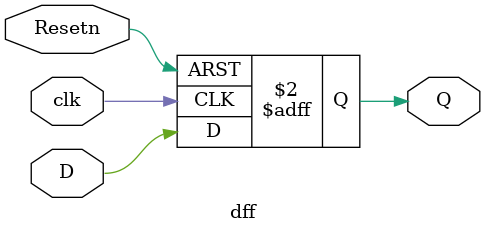
<source format=v>
module dff(D, clk, Q, Resetn);
input D, clk, Resetn; 
output Q; 
reg Q;
always@(posedge clk, posedge Resetn)
if(Resetn)
Q<=0;
else
Q<=D; 
endmodule

</source>
